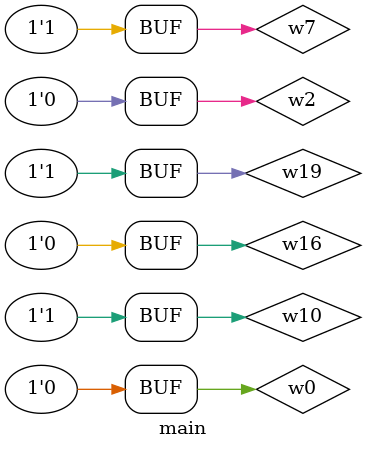
<source format=v>

`timescale 1ns/1ns

module main;    //: root_module
reg w6;    //: /sn:0 {0}(77,240)(44,240)(44,270){1}
//: {2}(42,272)(29,272){3}
//: {4}(44,274)(44,299)(77,299){5}
supply1 w7;    //: /sn:0 {0}(135,43)(135,11){1}
supply0 w16;    //: /sn:0 {0}(515,386)(515,374){1}
//: {2}(515,370)(515,352){3}
//: {4}(513,372)(423,372)(423,294){5}
reg w14;    //: /sn:0 {0}(501,343)(485,343)(485,321){1}
//: {2}(485,317)(485,294)(501,294){3}
//: {4}(483,319)(470,319){5}
supply1 w19;    //: /sn:0 {0}(423,223)(423,186){1}
reg w3;    //: /sn:0 {0}(121,51)(110,51)(110,99){1}
//: {2}(112,101)(121,101){3}
//: {4}(108,101)(86,101){5}
supply0 w0;    //: /sn:0 {0}(135,135)(135,110){1}
reg w8;    //: /sn:0 {0}(77,354)(51,354)(51,340){1}
//: {2}(51,336)(51,284)(107,284)(107,239)(141,239){3}
//: {4}(49,338)(36,338){5}
supply0 w2;    //: /sn:0 {0}(91,400)(91,363){1}
supply1 w10;    //: /sn:0 {0}(121,193)(121,216){1}
//: {2}(123,218)(155,218)(155,231){3}
//: {4}(119,218)(91,218)(91,232){5}
reg w13;    //: /sn:0 {0}(409,231)(393,231)(393,259){1}
//: {2}(391,261)(378,261){3}
//: {4}(393,263)(393,285)(409,285){5}
wire w4;    //: /sn:0 {0}(572,286)(572,320)(553,320){1}
wire w15;    //: /sn:0 {0}(214,297)(187,297){1}
wire w1;    //: /sn:0 {0}(515,335)(515,322){1}
//: {2}(517,320)(537,320){3}
//: {4}(515,318)(515,303){5}
wire w11;    //: /sn:0 {0}(91,346)(91,308){1}
wire w12;    //: /sn:0 {0}(91,249)(91,275){1}
//: {2}(93,277)(153,277){3}
//: {4}(155,275)(155,248){5}
//: {6}(155,279)(155,297)(171,297){7}
//: {8}(91,279)(91,291){9}
wire w5;    //: /sn:0 {0}(135,60)(135,73){1}
//: {2}(137,75)(181,75)(181,61){3}
//: {4}(135,77)(135,93){5}
wire w9;    //: /sn:0 {0}(423,277)(423,261){1}
//: {2}(425,259)(515,259)(515,286){3}
//: {4}(423,257)(423,240){5}
//: enddecls

  _GGPMOS #(2, 1) g4 (.Z(w5), .S(w7), .G(w3));   //: @(129,51) /sn:0 /w:[ 0 0 0 ]
  _GGPMOS #(2, 1) g8 (.Z(w12), .S(w10), .G(w6));   //: @(85,240) /sn:0 /w:[ 0 5 0 ]
  //: joint g37 (w1) @(515, 320) /w:[ 2 4 -1 1 ]
  //: LED g3 (w5) @(181,54) /sn:0 /w:[ 3 ] /type:0
  //: joint g13 (w10) @(121, 218) /w:[ 2 1 4 -1 ]
  //: joint g34 (w13) @(393, 261) /w:[ -1 1 2 4 ]
  //: GROUND g2 (w0) @(135,141) /sn:0 /w:[ 0 ]
  //: SWITCH g1 (w3) @(69,101) /sn:0 /w:[ 5 ] /st:0 /dn:1
  _GGNMOS #(2, 1) g11 (.Z(w11), .S(w2), .G(w8));   //: @(85,354) /sn:0 /w:[ 0 1 0 ]
  //: joint g16 (w12) @(91, 277) /w:[ 2 1 -1 8 ]
  _GGNMOS #(2, 1) g10 (.Z(w12), .S(w11), .G(w6));   //: @(85,299) /sn:0 /w:[ 9 1 5 ]
  //: joint g28 (w16) @(515, 372) /w:[ -1 2 4 1 ]
  //: SWITCH g19 (w8) @(19,338) /sn:0 /w:[ 5 ] /st:0 /dn:1
  //: VDD g27 (w19) @(434,186) /sn:0 /w:[ 1 ]
  //: LED g32 (w4) @(572,279) /sn:0 /w:[ 0 ] /type:0
  //: VDD g6 (w7) @(146,11) /sn:0 /w:[ 1 ]
  //: joint g7 (w3) @(110, 101) /w:[ 2 1 4 -1 ]
  _GGPMOS #(2, 1) g9 (.Z(w12), .S(w10), .G(w8));   //: @(149,239) /sn:0 /w:[ 5 3 3 ]
  //: LED g15 (w15) @(221,297) /sn:0 /R:3 /w:[ 0 ] /type:0
  //: joint g20 (w8) @(51, 338) /w:[ -1 2 4 1 ]
  //: SWITCH g31 (w14) @(453,319) /sn:0 /w:[ 5 ] /st:0 /dn:1
  //: joint g17 (w12) @(155, 277) /w:[ -1 4 3 6 ]
  _GGNMOS #(2, 1) g25 (.Z(w1), .S(w16), .G(w14));   //: @(509,343) /sn:0 /w:[ 0 3 0 ]
  //: joint g29 (w9) @(423, 259) /w:[ 2 4 -1 1 ]
  //: joint g5 (w5) @(135, 75) /w:[ 2 1 -1 4 ]
  //: GROUND g14 (w2) @(91,406) /sn:0 /w:[ 0 ]
  //: joint g21 (w6) @(44, 272) /w:[ -1 1 2 4 ]
  _GGNMOS #(2, 1) g24 (.Z(w9), .S(w16), .G(w13));   //: @(417,285) /sn:0 /w:[ 0 5 5 ]
  _GGNBUF #(2) g36 (.I(w12), .Z(w15));   //: @(177,297) /sn:0 /w:[ 7 1 ]
  _GGPMOS #(2, 1) g23 (.Z(w9), .S(w19), .G(w13));   //: @(417,231) /sn:0 /w:[ 5 0 0 ]
  _GGNMOS #(2, 1) g0 (.Z(w5), .S(w0), .G(w3));   //: @(129,101) /sn:0 /w:[ 5 1 3 ]
  _GGPMOS #(2, 1) g22 (.Z(w1), .S(w9), .G(w14));   //: @(509,294) /sn:0 /w:[ 5 3 3 ]
  //: GROUND g26 (w16) @(515,392) /sn:0 /w:[ 0 ]
  //: joint g35 (w14) @(485, 319) /w:[ -1 2 4 1 ]
  //: VDD g12 (w10) @(132,193) /sn:0 /w:[ 0 ]
  //: SWITCH g18 (w6) @(12,272) /sn:0 /w:[ 3 ] /st:0 /dn:1
  _GGNBUF #(2) g33 (.I(w1), .Z(w4));   //: @(543,320) /sn:0 /w:[ 3 1 ]
  //: SWITCH g30 (w13) @(361,261) /sn:0 /w:[ 3 ] /st:0 /dn:1

endmodule
//: /netlistEnd


</source>
